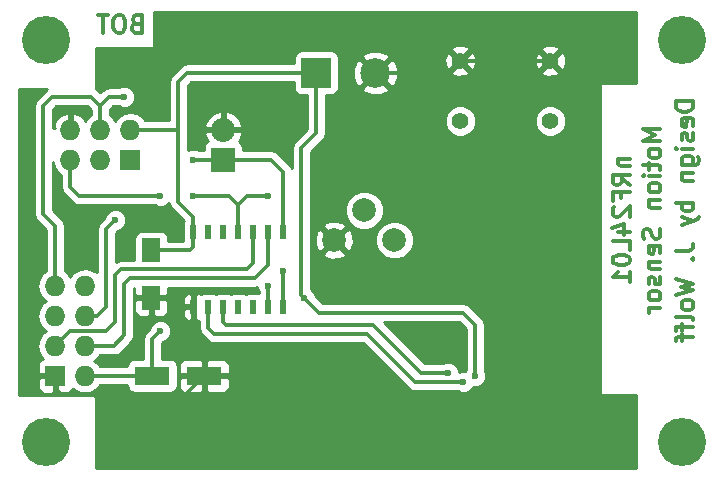
<source format=gbl>
G04 #@! TF.FileFunction,Copper,L2,Bot,Signal*
%FSLAX46Y46*%
G04 Gerber Fmt 4.6, Leading zero omitted, Abs format (unit mm)*
G04 Created by KiCad (PCBNEW 4.0.3+e1-6302~38~ubuntu16.04.1-stable) date Mon Oct 24 21:46:35 2016*
%MOMM*%
%LPD*%
G01*
G04 APERTURE LIST*
%ADD10C,0.100000*%
%ADD11C,0.300000*%
%ADD12R,0.508000X1.143000*%
%ADD13C,2.000000*%
%ADD14R,2.999740X1.600200*%
%ADD15R,1.600000X2.000000*%
%ADD16R,2.032000X2.032000*%
%ADD17O,2.032000X2.032000*%
%ADD18R,1.727200X1.727200*%
%ADD19O,1.727200X1.727200*%
%ADD20C,1.397000*%
%ADD21R,2.500000X2.500000*%
%ADD22C,2.500000*%
%ADD23C,4.064000*%
%ADD24C,0.600000*%
%ADD25C,0.350000*%
%ADD26C,0.250000*%
%ADD27C,0.254000*%
G04 APERTURE END LIST*
D10*
D11*
X137838571Y-88262286D02*
X136338571Y-88262286D01*
X136338571Y-88619429D01*
X136410000Y-88833714D01*
X136552857Y-88976572D01*
X136695714Y-89048000D01*
X136981429Y-89119429D01*
X137195714Y-89119429D01*
X137481429Y-89048000D01*
X137624286Y-88976572D01*
X137767143Y-88833714D01*
X137838571Y-88619429D01*
X137838571Y-88262286D01*
X137767143Y-90333714D02*
X137838571Y-90190857D01*
X137838571Y-89905143D01*
X137767143Y-89762286D01*
X137624286Y-89690857D01*
X137052857Y-89690857D01*
X136910000Y-89762286D01*
X136838571Y-89905143D01*
X136838571Y-90190857D01*
X136910000Y-90333714D01*
X137052857Y-90405143D01*
X137195714Y-90405143D01*
X137338571Y-89690857D01*
X137767143Y-90976571D02*
X137838571Y-91119428D01*
X137838571Y-91405143D01*
X137767143Y-91548000D01*
X137624286Y-91619428D01*
X137552857Y-91619428D01*
X137410000Y-91548000D01*
X137338571Y-91405143D01*
X137338571Y-91190857D01*
X137267143Y-91048000D01*
X137124286Y-90976571D01*
X137052857Y-90976571D01*
X136910000Y-91048000D01*
X136838571Y-91190857D01*
X136838571Y-91405143D01*
X136910000Y-91548000D01*
X137838571Y-92262286D02*
X136838571Y-92262286D01*
X136338571Y-92262286D02*
X136410000Y-92190857D01*
X136481429Y-92262286D01*
X136410000Y-92333714D01*
X136338571Y-92262286D01*
X136481429Y-92262286D01*
X136838571Y-93619429D02*
X138052857Y-93619429D01*
X138195714Y-93548000D01*
X138267143Y-93476572D01*
X138338571Y-93333715D01*
X138338571Y-93119429D01*
X138267143Y-92976572D01*
X137767143Y-93619429D02*
X137838571Y-93476572D01*
X137838571Y-93190858D01*
X137767143Y-93048000D01*
X137695714Y-92976572D01*
X137552857Y-92905143D01*
X137124286Y-92905143D01*
X136981429Y-92976572D01*
X136910000Y-93048000D01*
X136838571Y-93190858D01*
X136838571Y-93476572D01*
X136910000Y-93619429D01*
X136838571Y-94333715D02*
X137838571Y-94333715D01*
X136981429Y-94333715D02*
X136910000Y-94405143D01*
X136838571Y-94548001D01*
X136838571Y-94762286D01*
X136910000Y-94905143D01*
X137052857Y-94976572D01*
X137838571Y-94976572D01*
X137838571Y-96833715D02*
X136338571Y-96833715D01*
X136910000Y-96833715D02*
X136838571Y-96976572D01*
X136838571Y-97262286D01*
X136910000Y-97405143D01*
X136981429Y-97476572D01*
X137124286Y-97548001D01*
X137552857Y-97548001D01*
X137695714Y-97476572D01*
X137767143Y-97405143D01*
X137838571Y-97262286D01*
X137838571Y-96976572D01*
X137767143Y-96833715D01*
X136838571Y-98048001D02*
X137838571Y-98405144D01*
X136838571Y-98762286D02*
X137838571Y-98405144D01*
X138195714Y-98262286D01*
X138267143Y-98190858D01*
X138338571Y-98048001D01*
X136338571Y-100905143D02*
X137410000Y-100905143D01*
X137624286Y-100833715D01*
X137767143Y-100690858D01*
X137838571Y-100476572D01*
X137838571Y-100333715D01*
X137695714Y-101619429D02*
X137767143Y-101690857D01*
X137838571Y-101619429D01*
X137767143Y-101548000D01*
X137695714Y-101619429D01*
X137838571Y-101619429D01*
X136338571Y-103333715D02*
X137838571Y-103690858D01*
X136767143Y-103976572D01*
X137838571Y-104262286D01*
X136338571Y-104619429D01*
X137838571Y-105405144D02*
X137767143Y-105262286D01*
X137695714Y-105190858D01*
X137552857Y-105119429D01*
X137124286Y-105119429D01*
X136981429Y-105190858D01*
X136910000Y-105262286D01*
X136838571Y-105405144D01*
X136838571Y-105619429D01*
X136910000Y-105762286D01*
X136981429Y-105833715D01*
X137124286Y-105905144D01*
X137552857Y-105905144D01*
X137695714Y-105833715D01*
X137767143Y-105762286D01*
X137838571Y-105619429D01*
X137838571Y-105405144D01*
X137838571Y-106762287D02*
X137767143Y-106619429D01*
X137624286Y-106548001D01*
X136338571Y-106548001D01*
X136838571Y-107119429D02*
X136838571Y-107690858D01*
X137838571Y-107333715D02*
X136552857Y-107333715D01*
X136410000Y-107405143D01*
X136338571Y-107548001D01*
X136338571Y-107690858D01*
X136838571Y-107976572D02*
X136838571Y-108548001D01*
X137838571Y-108190858D02*
X136552857Y-108190858D01*
X136410000Y-108262286D01*
X136338571Y-108405144D01*
X136338571Y-108548001D01*
X131499571Y-93119430D02*
X132499571Y-93119430D01*
X131642429Y-93119430D02*
X131571000Y-93190858D01*
X131499571Y-93333716D01*
X131499571Y-93548001D01*
X131571000Y-93690858D01*
X131713857Y-93762287D01*
X132499571Y-93762287D01*
X132499571Y-95333716D02*
X131785286Y-94833716D01*
X132499571Y-94476573D02*
X130999571Y-94476573D01*
X130999571Y-95048001D01*
X131071000Y-95190859D01*
X131142429Y-95262287D01*
X131285286Y-95333716D01*
X131499571Y-95333716D01*
X131642429Y-95262287D01*
X131713857Y-95190859D01*
X131785286Y-95048001D01*
X131785286Y-94476573D01*
X131713857Y-96476573D02*
X131713857Y-95976573D01*
X132499571Y-95976573D02*
X130999571Y-95976573D01*
X130999571Y-96690859D01*
X131142429Y-97190858D02*
X131071000Y-97262287D01*
X130999571Y-97405144D01*
X130999571Y-97762287D01*
X131071000Y-97905144D01*
X131142429Y-97976573D01*
X131285286Y-98048001D01*
X131428143Y-98048001D01*
X131642429Y-97976573D01*
X132499571Y-97119430D01*
X132499571Y-98048001D01*
X131499571Y-99333715D02*
X132499571Y-99333715D01*
X130928143Y-98976572D02*
X131999571Y-98619429D01*
X131999571Y-99548001D01*
X132499571Y-100833715D02*
X132499571Y-100119429D01*
X130999571Y-100119429D01*
X130999571Y-101619429D02*
X130999571Y-101762286D01*
X131071000Y-101905143D01*
X131142429Y-101976572D01*
X131285286Y-102048001D01*
X131571000Y-102119429D01*
X131928143Y-102119429D01*
X132213857Y-102048001D01*
X132356714Y-101976572D01*
X132428143Y-101905143D01*
X132499571Y-101762286D01*
X132499571Y-101619429D01*
X132428143Y-101476572D01*
X132356714Y-101405143D01*
X132213857Y-101333715D01*
X131928143Y-101262286D01*
X131571000Y-101262286D01*
X131285286Y-101333715D01*
X131142429Y-101405143D01*
X131071000Y-101476572D01*
X130999571Y-101619429D01*
X132499571Y-103548000D02*
X132499571Y-102690857D01*
X132499571Y-103119429D02*
X130999571Y-103119429D01*
X131213857Y-102976572D01*
X131356714Y-102833714D01*
X131428143Y-102690857D01*
X135049571Y-90619429D02*
X133549571Y-90619429D01*
X134621000Y-91119429D01*
X133549571Y-91619429D01*
X135049571Y-91619429D01*
X135049571Y-92548001D02*
X134978143Y-92405143D01*
X134906714Y-92333715D01*
X134763857Y-92262286D01*
X134335286Y-92262286D01*
X134192429Y-92333715D01*
X134121000Y-92405143D01*
X134049571Y-92548001D01*
X134049571Y-92762286D01*
X134121000Y-92905143D01*
X134192429Y-92976572D01*
X134335286Y-93048001D01*
X134763857Y-93048001D01*
X134906714Y-92976572D01*
X134978143Y-92905143D01*
X135049571Y-92762286D01*
X135049571Y-92548001D01*
X134049571Y-93476572D02*
X134049571Y-94048001D01*
X133549571Y-93690858D02*
X134835286Y-93690858D01*
X134978143Y-93762286D01*
X135049571Y-93905144D01*
X135049571Y-94048001D01*
X135049571Y-94548001D02*
X134049571Y-94548001D01*
X133549571Y-94548001D02*
X133621000Y-94476572D01*
X133692429Y-94548001D01*
X133621000Y-94619429D01*
X133549571Y-94548001D01*
X133692429Y-94548001D01*
X135049571Y-95476573D02*
X134978143Y-95333715D01*
X134906714Y-95262287D01*
X134763857Y-95190858D01*
X134335286Y-95190858D01*
X134192429Y-95262287D01*
X134121000Y-95333715D01*
X134049571Y-95476573D01*
X134049571Y-95690858D01*
X134121000Y-95833715D01*
X134192429Y-95905144D01*
X134335286Y-95976573D01*
X134763857Y-95976573D01*
X134906714Y-95905144D01*
X134978143Y-95833715D01*
X135049571Y-95690858D01*
X135049571Y-95476573D01*
X134049571Y-96619430D02*
X135049571Y-96619430D01*
X134192429Y-96619430D02*
X134121000Y-96690858D01*
X134049571Y-96833716D01*
X134049571Y-97048001D01*
X134121000Y-97190858D01*
X134263857Y-97262287D01*
X135049571Y-97262287D01*
X134978143Y-99048001D02*
X135049571Y-99262287D01*
X135049571Y-99619430D01*
X134978143Y-99762287D01*
X134906714Y-99833716D01*
X134763857Y-99905144D01*
X134621000Y-99905144D01*
X134478143Y-99833716D01*
X134406714Y-99762287D01*
X134335286Y-99619430D01*
X134263857Y-99333716D01*
X134192429Y-99190858D01*
X134121000Y-99119430D01*
X133978143Y-99048001D01*
X133835286Y-99048001D01*
X133692429Y-99119430D01*
X133621000Y-99190858D01*
X133549571Y-99333716D01*
X133549571Y-99690858D01*
X133621000Y-99905144D01*
X134978143Y-101119429D02*
X135049571Y-100976572D01*
X135049571Y-100690858D01*
X134978143Y-100548001D01*
X134835286Y-100476572D01*
X134263857Y-100476572D01*
X134121000Y-100548001D01*
X134049571Y-100690858D01*
X134049571Y-100976572D01*
X134121000Y-101119429D01*
X134263857Y-101190858D01*
X134406714Y-101190858D01*
X134549571Y-100476572D01*
X134049571Y-101833715D02*
X135049571Y-101833715D01*
X134192429Y-101833715D02*
X134121000Y-101905143D01*
X134049571Y-102048001D01*
X134049571Y-102262286D01*
X134121000Y-102405143D01*
X134263857Y-102476572D01*
X135049571Y-102476572D01*
X134978143Y-103119429D02*
X135049571Y-103262286D01*
X135049571Y-103548001D01*
X134978143Y-103690858D01*
X134835286Y-103762286D01*
X134763857Y-103762286D01*
X134621000Y-103690858D01*
X134549571Y-103548001D01*
X134549571Y-103333715D01*
X134478143Y-103190858D01*
X134335286Y-103119429D01*
X134263857Y-103119429D01*
X134121000Y-103190858D01*
X134049571Y-103333715D01*
X134049571Y-103548001D01*
X134121000Y-103690858D01*
X135049571Y-104619430D02*
X134978143Y-104476572D01*
X134906714Y-104405144D01*
X134763857Y-104333715D01*
X134335286Y-104333715D01*
X134192429Y-104405144D01*
X134121000Y-104476572D01*
X134049571Y-104619430D01*
X134049571Y-104833715D01*
X134121000Y-104976572D01*
X134192429Y-105048001D01*
X134335286Y-105119430D01*
X134763857Y-105119430D01*
X134906714Y-105048001D01*
X134978143Y-104976572D01*
X135049571Y-104833715D01*
X135049571Y-104619430D01*
X135049571Y-105762287D02*
X134049571Y-105762287D01*
X134335286Y-105762287D02*
X134192429Y-105833715D01*
X134121000Y-105905144D01*
X134049571Y-106048001D01*
X134049571Y-106190858D01*
X90658000Y-81680857D02*
X90443714Y-81752286D01*
X90372286Y-81823714D01*
X90300857Y-81966571D01*
X90300857Y-82180857D01*
X90372286Y-82323714D01*
X90443714Y-82395143D01*
X90586572Y-82466571D01*
X91158000Y-82466571D01*
X91158000Y-80966571D01*
X90658000Y-80966571D01*
X90515143Y-81038000D01*
X90443714Y-81109429D01*
X90372286Y-81252286D01*
X90372286Y-81395143D01*
X90443714Y-81538000D01*
X90515143Y-81609429D01*
X90658000Y-81680857D01*
X91158000Y-81680857D01*
X89372286Y-80966571D02*
X89086572Y-80966571D01*
X88943714Y-81038000D01*
X88800857Y-81180857D01*
X88729429Y-81466571D01*
X88729429Y-81966571D01*
X88800857Y-82252286D01*
X88943714Y-82395143D01*
X89086572Y-82466571D01*
X89372286Y-82466571D01*
X89515143Y-82395143D01*
X89658000Y-82252286D01*
X89729429Y-81966571D01*
X89729429Y-81466571D01*
X89658000Y-81180857D01*
X89515143Y-81038000D01*
X89372286Y-80966571D01*
X88300857Y-80966571D02*
X87443714Y-80966571D01*
X87872285Y-82466571D02*
X87872285Y-80966571D01*
D12*
X95504000Y-99314000D03*
X96774000Y-99314000D03*
X98044000Y-99314000D03*
X99314000Y-99314000D03*
X100584000Y-99314000D03*
X101854000Y-99314000D03*
X103124000Y-99314000D03*
X103124000Y-105664000D03*
X101854000Y-105664000D03*
X99314000Y-105664000D03*
X98044000Y-105664000D03*
X96774000Y-105664000D03*
X95504000Y-105664000D03*
X100584000Y-105664000D03*
D13*
X107432000Y-100012500D03*
X109982000Y-97487500D03*
X112532000Y-100012500D03*
D14*
X92034360Y-111506000D03*
X96433640Y-111506000D03*
D15*
X91948000Y-100870000D03*
X91948000Y-104870000D03*
D16*
X98044000Y-93218000D03*
D17*
X98044000Y-90678000D03*
D18*
X83820000Y-111506000D03*
D19*
X86360000Y-111506000D03*
X83820000Y-108966000D03*
X86360000Y-108966000D03*
X83820000Y-106426000D03*
X86360000Y-106426000D03*
X83820000Y-103886000D03*
X86360000Y-103886000D03*
D18*
X90170000Y-93218000D03*
D19*
X90170000Y-90678000D03*
X87630000Y-93218000D03*
X87630000Y-90678000D03*
X85090000Y-93218000D03*
X85090000Y-90678000D03*
D20*
X125730000Y-89916000D03*
X125730000Y-84836000D03*
X118110000Y-89916000D03*
X118110000Y-84836000D03*
D21*
X105918000Y-85852000D03*
D22*
X110918000Y-85852000D03*
D23*
X83058000Y-83058000D03*
X83058000Y-117094000D03*
X136906000Y-83058000D03*
X136906000Y-117094000D03*
D24*
X92710000Y-107696000D03*
X104902000Y-104902000D03*
X119380000Y-111506000D03*
X93726000Y-97790000D03*
X113030000Y-107950000D03*
X99314000Y-111506000D03*
X95504000Y-96266000D03*
X92710000Y-96266000D03*
X101854000Y-96266000D03*
X95504000Y-93218000D03*
X89662000Y-87884000D03*
X103124000Y-102616000D03*
X88900000Y-98298000D03*
X101854000Y-103886000D03*
X117094000Y-111252000D03*
X118364000Y-112014000D03*
D25*
X95504000Y-99314000D02*
X95504000Y-98044000D01*
X95504000Y-98044000D02*
X94234000Y-96774000D01*
X94234000Y-96774000D02*
X94234000Y-90678000D01*
X92034360Y-111506000D02*
X92034360Y-108371640D01*
X92034360Y-108371640D02*
X92710000Y-107696000D01*
X91948000Y-100870000D02*
X95218000Y-100870000D01*
X95218000Y-100870000D02*
X95504000Y-100584000D01*
X95504000Y-100584000D02*
X95504000Y-99314000D01*
X90170000Y-90678000D02*
X91694000Y-90678000D01*
X91694000Y-90678000D02*
X94234000Y-90678000D01*
X119380000Y-111506000D02*
X119380000Y-107188000D01*
X119380000Y-107188000D02*
X118364000Y-106172000D01*
X118364000Y-106172000D02*
X107442000Y-106172000D01*
X107442000Y-106172000D02*
X106172000Y-106172000D01*
X106172000Y-106172000D02*
X104902000Y-104902000D01*
X104902000Y-104902000D02*
X104648000Y-104648000D01*
X105918000Y-90932000D02*
X105918000Y-85852000D01*
X104648000Y-104648000D02*
X104648000Y-92202000D01*
X104648000Y-92202000D02*
X105918000Y-90932000D01*
X94234000Y-90678000D02*
X94234000Y-86614000D01*
X94234000Y-86614000D02*
X94996000Y-85852000D01*
X94996000Y-85852000D02*
X105918000Y-85852000D01*
X92034360Y-111506000D02*
X88900000Y-111506000D01*
X88900000Y-111506000D02*
X86360000Y-111506000D01*
D26*
X91980000Y-100838000D02*
X91948000Y-100870000D01*
D25*
X83820000Y-111506000D02*
X83820000Y-112522000D01*
X94909640Y-113030000D02*
X96433640Y-111506000D01*
X84328000Y-113030000D02*
X94909640Y-113030000D01*
X83820000Y-112522000D02*
X84328000Y-113030000D01*
X95504000Y-105664000D02*
X95504000Y-107950000D01*
X95504000Y-107950000D02*
X96433640Y-108879640D01*
X96433640Y-108879640D02*
X96433640Y-111506000D01*
D26*
X95504000Y-105664000D02*
X94742000Y-105664000D01*
X93948000Y-104870000D02*
X91948000Y-104870000D01*
X94742000Y-105664000D02*
X93948000Y-104870000D01*
D25*
X99314000Y-111506000D02*
X96433640Y-111506000D01*
X118110000Y-84836000D02*
X125730000Y-84836000D01*
X110918000Y-85852000D02*
X117094000Y-85852000D01*
X117094000Y-85852000D02*
X118110000Y-84836000D01*
X99314000Y-99314000D02*
X99314000Y-97028000D01*
X99314000Y-97028000D02*
X98552000Y-96266000D01*
X98552000Y-96266000D02*
X95504000Y-96266000D01*
X92710000Y-96266000D02*
X86106000Y-96266000D01*
X86106000Y-96266000D02*
X85852000Y-96266000D01*
X85852000Y-96266000D02*
X85090000Y-95504000D01*
X85090000Y-95504000D02*
X85090000Y-93218000D01*
X99314000Y-97028000D02*
X100076000Y-96266000D01*
X100076000Y-96266000D02*
X101854000Y-96266000D01*
X100584000Y-99314000D02*
X100584000Y-101981000D01*
X85090000Y-107696000D02*
X83820000Y-108966000D01*
X88138000Y-107696000D02*
X85090000Y-107696000D01*
X88900000Y-106934000D02*
X88138000Y-107696000D01*
X88900000Y-102997000D02*
X88900000Y-106934000D01*
X89408000Y-102489000D02*
X88900000Y-102997000D01*
X100076000Y-102489000D02*
X89408000Y-102489000D01*
X100584000Y-101981000D02*
X100076000Y-102489000D01*
X86360000Y-108966000D02*
X88773000Y-108966000D01*
X101854000Y-102108000D02*
X101854000Y-99314000D01*
X100711000Y-103251000D02*
X101854000Y-102108000D01*
X90170000Y-103251000D02*
X100711000Y-103251000D01*
X89662000Y-103759000D02*
X90170000Y-103251000D01*
X89662000Y-108077000D02*
X89662000Y-103759000D01*
X88773000Y-108966000D02*
X89662000Y-108077000D01*
X98044000Y-93218000D02*
X102108000Y-93218000D01*
X102108000Y-93218000D02*
X103124000Y-94234000D01*
X103124000Y-94234000D02*
X103124000Y-99314000D01*
X98044000Y-93218000D02*
X95504000Y-93218000D01*
X89662000Y-87884000D02*
X88900000Y-87884000D01*
X88900000Y-87884000D02*
X88392000Y-87884000D01*
X88392000Y-87884000D02*
X87630000Y-88646000D01*
X83820000Y-103886000D02*
X83820000Y-98806000D01*
X86868000Y-87884000D02*
X87630000Y-88646000D01*
X83566000Y-87884000D02*
X86868000Y-87884000D01*
X82804000Y-88646000D02*
X83566000Y-87884000D01*
X82804000Y-97790000D02*
X82804000Y-88646000D01*
X83820000Y-98806000D02*
X82804000Y-97790000D01*
X87630000Y-88646000D02*
X87630000Y-90678000D01*
X103124000Y-105664000D02*
X103124000Y-102616000D01*
X87376000Y-106426000D02*
X86360000Y-106426000D01*
X88900000Y-98298000D02*
X88138000Y-99060000D01*
X88138000Y-99060000D02*
X88138000Y-105664000D01*
X88138000Y-105664000D02*
X87376000Y-106426000D01*
X101854000Y-105664000D02*
X101854000Y-103886000D01*
X117094000Y-111252000D02*
X114808000Y-111252000D01*
X114808000Y-111252000D02*
X110744000Y-107188000D01*
X110744000Y-107188000D02*
X98298000Y-107188000D01*
X98298000Y-107188000D02*
X98044000Y-106934000D01*
X98044000Y-106934000D02*
X98044000Y-105664000D01*
X96774000Y-105664000D02*
X96774000Y-107442000D01*
X96774000Y-107442000D02*
X97282000Y-107950000D01*
X97282000Y-107950000D02*
X110236000Y-107950000D01*
X110236000Y-107950000D02*
X114300000Y-112014000D01*
X114300000Y-112014000D02*
X118364000Y-112014000D01*
D27*
G36*
X132969000Y-86741000D02*
X130048000Y-86741000D01*
X129998590Y-86751006D01*
X129956965Y-86779447D01*
X129929685Y-86821841D01*
X129921000Y-86868000D01*
X129921000Y-113030000D01*
X129931006Y-113079410D01*
X129959447Y-113121035D01*
X130001841Y-113148315D01*
X130048000Y-113157000D01*
X132969000Y-113157000D01*
X132969000Y-119305000D01*
X87249000Y-119305000D01*
X87249000Y-113284000D01*
X87238994Y-113234590D01*
X87210553Y-113192965D01*
X87168159Y-113165685D01*
X87122000Y-113157000D01*
X80720000Y-113157000D01*
X80720000Y-111791750D01*
X82321400Y-111791750D01*
X82321400Y-112495910D01*
X82418073Y-112729299D01*
X82596702Y-112907927D01*
X82830091Y-113004600D01*
X83534250Y-113004600D01*
X83693000Y-112845850D01*
X83693000Y-111633000D01*
X82480150Y-111633000D01*
X82321400Y-111791750D01*
X80720000Y-111791750D01*
X80720000Y-87249000D01*
X83086397Y-87249000D01*
X82993244Y-87311243D01*
X82231244Y-88073244D01*
X82055658Y-88336026D01*
X81994000Y-88646000D01*
X81994000Y-97790000D01*
X82055658Y-98099974D01*
X82187975Y-98298000D01*
X82231244Y-98362756D01*
X83010000Y-99141513D01*
X83010000Y-102639889D01*
X82730971Y-102826330D01*
X82406115Y-103312511D01*
X82292041Y-103886000D01*
X82406115Y-104459489D01*
X82730971Y-104945670D01*
X83045752Y-105156000D01*
X82730971Y-105366330D01*
X82406115Y-105852511D01*
X82292041Y-106426000D01*
X82406115Y-106999489D01*
X82730971Y-107485670D01*
X83045752Y-107696000D01*
X82730971Y-107906330D01*
X82406115Y-108392511D01*
X82292041Y-108966000D01*
X82406115Y-109539489D01*
X82730971Y-110025670D01*
X82752023Y-110039737D01*
X82596702Y-110104073D01*
X82418073Y-110282701D01*
X82321400Y-110516090D01*
X82321400Y-111220250D01*
X82480150Y-111379000D01*
X83693000Y-111379000D01*
X83693000Y-111359000D01*
X83947000Y-111359000D01*
X83947000Y-111379000D01*
X83967000Y-111379000D01*
X83967000Y-111633000D01*
X83947000Y-111633000D01*
X83947000Y-112845850D01*
X84105750Y-113004600D01*
X84809909Y-113004600D01*
X85043298Y-112907927D01*
X85221927Y-112729299D01*
X85285644Y-112575474D01*
X85757152Y-112890526D01*
X86330641Y-113004600D01*
X86389359Y-113004600D01*
X86962848Y-112890526D01*
X87449029Y-112565670D01*
X87615853Y-112316000D01*
X89888913Y-112316000D01*
X89931328Y-112541417D01*
X90070400Y-112757541D01*
X90282600Y-112902531D01*
X90534490Y-112953540D01*
X93534230Y-112953540D01*
X93769547Y-112909262D01*
X93985671Y-112770190D01*
X94130661Y-112557990D01*
X94181670Y-112306100D01*
X94181670Y-111791750D01*
X94298770Y-111791750D01*
X94298770Y-112432410D01*
X94395443Y-112665799D01*
X94574072Y-112844427D01*
X94807461Y-112941100D01*
X96147890Y-112941100D01*
X96306640Y-112782350D01*
X96306640Y-111633000D01*
X96560640Y-111633000D01*
X96560640Y-112782350D01*
X96719390Y-112941100D01*
X98059819Y-112941100D01*
X98293208Y-112844427D01*
X98471837Y-112665799D01*
X98568510Y-112432410D01*
X98568510Y-111791750D01*
X98409760Y-111633000D01*
X96560640Y-111633000D01*
X96306640Y-111633000D01*
X94457520Y-111633000D01*
X94298770Y-111791750D01*
X94181670Y-111791750D01*
X94181670Y-110705900D01*
X94157904Y-110579590D01*
X94298770Y-110579590D01*
X94298770Y-111220250D01*
X94457520Y-111379000D01*
X96306640Y-111379000D01*
X96306640Y-110229650D01*
X96560640Y-110229650D01*
X96560640Y-111379000D01*
X98409760Y-111379000D01*
X98568510Y-111220250D01*
X98568510Y-110579590D01*
X98471837Y-110346201D01*
X98293208Y-110167573D01*
X98059819Y-110070900D01*
X96719390Y-110070900D01*
X96560640Y-110229650D01*
X96306640Y-110229650D01*
X96147890Y-110070900D01*
X94807461Y-110070900D01*
X94574072Y-110167573D01*
X94395443Y-110346201D01*
X94298770Y-110579590D01*
X94157904Y-110579590D01*
X94137392Y-110470583D01*
X93998320Y-110254459D01*
X93786120Y-110109469D01*
X93534230Y-110058460D01*
X92844360Y-110058460D01*
X92844360Y-108707152D01*
X92938083Y-108613430D01*
X93238943Y-108489117D01*
X93502192Y-108226327D01*
X93644838Y-107882799D01*
X93645162Y-107510833D01*
X93503117Y-107167057D01*
X93240327Y-106903808D01*
X92896799Y-106761162D01*
X92524833Y-106760838D01*
X92181057Y-106902883D01*
X91917808Y-107165673D01*
X91792116Y-107468372D01*
X91461604Y-107798884D01*
X91286018Y-108061666D01*
X91224360Y-108371640D01*
X91224360Y-110058460D01*
X90534490Y-110058460D01*
X90299173Y-110102738D01*
X90083049Y-110241810D01*
X89938059Y-110454010D01*
X89889055Y-110696000D01*
X87615853Y-110696000D01*
X87449029Y-110446330D01*
X87134248Y-110236000D01*
X87449029Y-110025670D01*
X87615853Y-109776000D01*
X88773000Y-109776000D01*
X89082974Y-109714342D01*
X89345756Y-109538756D01*
X90234757Y-108649756D01*
X90410343Y-108386973D01*
X90444021Y-108217658D01*
X90472000Y-108077000D01*
X90472000Y-105155750D01*
X90513000Y-105155750D01*
X90513000Y-105996309D01*
X90609673Y-106229698D01*
X90788301Y-106408327D01*
X91021690Y-106505000D01*
X91662250Y-106505000D01*
X91821000Y-106346250D01*
X91821000Y-104997000D01*
X92075000Y-104997000D01*
X92075000Y-106346250D01*
X92233750Y-106505000D01*
X92874310Y-106505000D01*
X93107699Y-106408327D01*
X93286327Y-106229698D01*
X93383000Y-105996309D01*
X93383000Y-105949750D01*
X94615000Y-105949750D01*
X94615000Y-106361810D01*
X94711673Y-106595199D01*
X94890302Y-106773827D01*
X95123691Y-106870500D01*
X95218250Y-106870500D01*
X95377000Y-106711750D01*
X95377000Y-105791000D01*
X94773750Y-105791000D01*
X94615000Y-105949750D01*
X93383000Y-105949750D01*
X93383000Y-105155750D01*
X93224250Y-104997000D01*
X92075000Y-104997000D01*
X91821000Y-104997000D01*
X90671750Y-104997000D01*
X90513000Y-105155750D01*
X90472000Y-105155750D01*
X90472000Y-104966190D01*
X94615000Y-104966190D01*
X94615000Y-105378250D01*
X94773750Y-105537000D01*
X95377000Y-105537000D01*
X95377000Y-104616250D01*
X95218250Y-104457500D01*
X95123691Y-104457500D01*
X94890302Y-104554173D01*
X94711673Y-104732801D01*
X94615000Y-104966190D01*
X90472000Y-104966190D01*
X90472000Y-104094512D01*
X90505513Y-104061000D01*
X90513000Y-104061000D01*
X90513000Y-104584250D01*
X90671750Y-104743000D01*
X91821000Y-104743000D01*
X91821000Y-104723000D01*
X92075000Y-104723000D01*
X92075000Y-104743000D01*
X93224250Y-104743000D01*
X93383000Y-104584250D01*
X93383000Y-104061000D01*
X100711000Y-104061000D01*
X100918883Y-104019649D01*
X100918838Y-104071167D01*
X101044000Y-104374083D01*
X101044000Y-104486776D01*
X100838000Y-104445060D01*
X100330000Y-104445060D01*
X100094683Y-104489338D01*
X99948093Y-104583666D01*
X99819890Y-104496069D01*
X99568000Y-104445060D01*
X99060000Y-104445060D01*
X98824683Y-104489338D01*
X98678093Y-104583666D01*
X98549890Y-104496069D01*
X98298000Y-104445060D01*
X97790000Y-104445060D01*
X97554683Y-104489338D01*
X97408093Y-104583666D01*
X97279890Y-104496069D01*
X97028000Y-104445060D01*
X96520000Y-104445060D01*
X96284683Y-104489338D01*
X96143629Y-104580104D01*
X96117698Y-104554173D01*
X95884309Y-104457500D01*
X95789750Y-104457500D01*
X95631000Y-104616250D01*
X95631000Y-105537000D01*
X95651000Y-105537000D01*
X95651000Y-105791000D01*
X95631000Y-105791000D01*
X95631000Y-106711750D01*
X95789750Y-106870500D01*
X95884309Y-106870500D01*
X95964000Y-106837491D01*
X95964000Y-107442000D01*
X96025658Y-107751974D01*
X96148849Y-107936342D01*
X96201244Y-108014756D01*
X96709243Y-108522756D01*
X96840635Y-108610549D01*
X96972026Y-108698342D01*
X97282000Y-108760000D01*
X109900488Y-108760000D01*
X113727244Y-112586757D01*
X113884771Y-112692012D01*
X113990026Y-112762342D01*
X114300000Y-112824000D01*
X117876559Y-112824000D01*
X118177201Y-112948838D01*
X118549167Y-112949162D01*
X118892943Y-112807117D01*
X119156192Y-112544327D01*
X119199162Y-112440843D01*
X119565167Y-112441162D01*
X119908943Y-112299117D01*
X120172192Y-112036327D01*
X120314838Y-111692799D01*
X120315162Y-111320833D01*
X120190000Y-111017917D01*
X120190000Y-107188000D01*
X120128342Y-106878026D01*
X120050039Y-106760838D01*
X119952757Y-106615244D01*
X118936756Y-105599244D01*
X118936755Y-105599243D01*
X118673974Y-105423658D01*
X118364000Y-105362000D01*
X106507513Y-105362000D01*
X105819430Y-104673917D01*
X105695117Y-104373057D01*
X105458000Y-104135526D01*
X105458000Y-101165032D01*
X106459073Y-101165032D01*
X106557736Y-101431887D01*
X107167461Y-101658408D01*
X107817460Y-101634356D01*
X108306264Y-101431887D01*
X108404927Y-101165032D01*
X107432000Y-100192105D01*
X106459073Y-101165032D01*
X105458000Y-101165032D01*
X105458000Y-99747961D01*
X105786092Y-99747961D01*
X105810144Y-100397960D01*
X106012613Y-100886764D01*
X106279468Y-100985427D01*
X107252395Y-100012500D01*
X107611605Y-100012500D01*
X108584532Y-100985427D01*
X108851387Y-100886764D01*
X109055893Y-100336295D01*
X110896716Y-100336295D01*
X111145106Y-100937443D01*
X111604637Y-101397778D01*
X112205352Y-101647216D01*
X112855795Y-101647784D01*
X113456943Y-101399394D01*
X113917278Y-100939863D01*
X114166716Y-100339148D01*
X114167284Y-99688705D01*
X113918894Y-99087557D01*
X113459363Y-98627222D01*
X112858648Y-98377784D01*
X112208205Y-98377216D01*
X111607057Y-98625606D01*
X111146722Y-99085137D01*
X110897284Y-99685852D01*
X110896716Y-100336295D01*
X109055893Y-100336295D01*
X109077908Y-100277039D01*
X109053856Y-99627040D01*
X108851387Y-99138236D01*
X108584532Y-99039573D01*
X107611605Y-100012500D01*
X107252395Y-100012500D01*
X106279468Y-99039573D01*
X106012613Y-99138236D01*
X105786092Y-99747961D01*
X105458000Y-99747961D01*
X105458000Y-98859968D01*
X106459073Y-98859968D01*
X107432000Y-99832895D01*
X108404927Y-98859968D01*
X108306264Y-98593113D01*
X107696539Y-98366592D01*
X107046540Y-98390644D01*
X106557736Y-98593113D01*
X106459073Y-98859968D01*
X105458000Y-98859968D01*
X105458000Y-97811295D01*
X108346716Y-97811295D01*
X108595106Y-98412443D01*
X109054637Y-98872778D01*
X109655352Y-99122216D01*
X110305795Y-99122784D01*
X110906943Y-98874394D01*
X111367278Y-98414863D01*
X111616716Y-97814148D01*
X111617284Y-97163705D01*
X111368894Y-96562557D01*
X110909363Y-96102222D01*
X110308648Y-95852784D01*
X109658205Y-95852216D01*
X109057057Y-96100606D01*
X108596722Y-96560137D01*
X108347284Y-97160852D01*
X108346716Y-97811295D01*
X105458000Y-97811295D01*
X105458000Y-92537512D01*
X106490756Y-91504757D01*
X106640367Y-91280848D01*
X106666342Y-91241974D01*
X106728000Y-90932000D01*
X106728000Y-90180086D01*
X116776269Y-90180086D01*
X116978854Y-90670380D01*
X117353647Y-91045827D01*
X117843587Y-91249268D01*
X118374086Y-91249731D01*
X118864380Y-91047146D01*
X119239827Y-90672353D01*
X119443268Y-90182413D01*
X119443270Y-90180086D01*
X124396269Y-90180086D01*
X124598854Y-90670380D01*
X124973647Y-91045827D01*
X125463587Y-91249268D01*
X125994086Y-91249731D01*
X126484380Y-91047146D01*
X126859827Y-90672353D01*
X127063268Y-90182413D01*
X127063731Y-89651914D01*
X126861146Y-89161620D01*
X126486353Y-88786173D01*
X125996413Y-88582732D01*
X125465914Y-88582269D01*
X124975620Y-88784854D01*
X124600173Y-89159647D01*
X124396732Y-89649587D01*
X124396269Y-90180086D01*
X119443270Y-90180086D01*
X119443731Y-89651914D01*
X119241146Y-89161620D01*
X118866353Y-88786173D01*
X118376413Y-88582732D01*
X117845914Y-88582269D01*
X117355620Y-88784854D01*
X116980173Y-89159647D01*
X116776732Y-89649587D01*
X116776269Y-90180086D01*
X106728000Y-90180086D01*
X106728000Y-87749440D01*
X107168000Y-87749440D01*
X107403317Y-87705162D01*
X107619441Y-87566090D01*
X107764431Y-87353890D01*
X107798567Y-87185320D01*
X109764285Y-87185320D01*
X109893533Y-87478123D01*
X110593806Y-87746388D01*
X111343435Y-87726250D01*
X111942467Y-87478123D01*
X112071715Y-87185320D01*
X110918000Y-86031605D01*
X109764285Y-87185320D01*
X107798567Y-87185320D01*
X107815440Y-87102000D01*
X107815440Y-85527806D01*
X109023612Y-85527806D01*
X109043750Y-86277435D01*
X109291877Y-86876467D01*
X109584680Y-87005715D01*
X110738395Y-85852000D01*
X111097605Y-85852000D01*
X112251320Y-87005715D01*
X112544123Y-86876467D01*
X112812388Y-86176194D01*
X112801482Y-85770188D01*
X117355417Y-85770188D01*
X117417071Y-86005800D01*
X117917480Y-86181927D01*
X118447199Y-86153148D01*
X118802929Y-86005800D01*
X118864583Y-85770188D01*
X124975417Y-85770188D01*
X125037071Y-86005800D01*
X125537480Y-86181927D01*
X126067199Y-86153148D01*
X126422929Y-86005800D01*
X126484583Y-85770188D01*
X125730000Y-85015605D01*
X124975417Y-85770188D01*
X118864583Y-85770188D01*
X118110000Y-85015605D01*
X117355417Y-85770188D01*
X112801482Y-85770188D01*
X112792250Y-85426565D01*
X112544123Y-84827533D01*
X112251320Y-84698285D01*
X111097605Y-85852000D01*
X110738395Y-85852000D01*
X109584680Y-84698285D01*
X109291877Y-84827533D01*
X109023612Y-85527806D01*
X107815440Y-85527806D01*
X107815440Y-84602000D01*
X107799763Y-84518680D01*
X109764285Y-84518680D01*
X110918000Y-85672395D01*
X111946915Y-84643480D01*
X116764073Y-84643480D01*
X116792852Y-85173199D01*
X116940200Y-85528929D01*
X117175812Y-85590583D01*
X117930395Y-84836000D01*
X118289605Y-84836000D01*
X119044188Y-85590583D01*
X119279800Y-85528929D01*
X119455927Y-85028520D01*
X119435009Y-84643480D01*
X124384073Y-84643480D01*
X124412852Y-85173199D01*
X124560200Y-85528929D01*
X124795812Y-85590583D01*
X125550395Y-84836000D01*
X125909605Y-84836000D01*
X126664188Y-85590583D01*
X126899800Y-85528929D01*
X127075927Y-85028520D01*
X127047148Y-84498801D01*
X126899800Y-84143071D01*
X126664188Y-84081417D01*
X125909605Y-84836000D01*
X125550395Y-84836000D01*
X124795812Y-84081417D01*
X124560200Y-84143071D01*
X124384073Y-84643480D01*
X119435009Y-84643480D01*
X119427148Y-84498801D01*
X119279800Y-84143071D01*
X119044188Y-84081417D01*
X118289605Y-84836000D01*
X117930395Y-84836000D01*
X117175812Y-84081417D01*
X116940200Y-84143071D01*
X116764073Y-84643480D01*
X111946915Y-84643480D01*
X112071715Y-84518680D01*
X111942467Y-84225877D01*
X111242194Y-83957612D01*
X110492565Y-83977750D01*
X109893533Y-84225877D01*
X109764285Y-84518680D01*
X107799763Y-84518680D01*
X107771162Y-84366683D01*
X107632090Y-84150559D01*
X107419890Y-84005569D01*
X107168000Y-83954560D01*
X104668000Y-83954560D01*
X104432683Y-83998838D01*
X104216559Y-84137910D01*
X104071569Y-84350110D01*
X104020560Y-84602000D01*
X104020560Y-85042000D01*
X94996000Y-85042000D01*
X94823897Y-85076234D01*
X94686027Y-85103657D01*
X94423244Y-85279243D01*
X93661244Y-86041244D01*
X93485658Y-86304026D01*
X93424000Y-86614000D01*
X93424000Y-89868000D01*
X91416111Y-89868000D01*
X91229670Y-89588971D01*
X90743489Y-89264115D01*
X90170000Y-89150041D01*
X89596511Y-89264115D01*
X89110330Y-89588971D01*
X88900000Y-89903752D01*
X88689670Y-89588971D01*
X88440000Y-89422147D01*
X88440000Y-88981512D01*
X88727513Y-88694000D01*
X89174559Y-88694000D01*
X89475201Y-88818838D01*
X89847167Y-88819162D01*
X90190943Y-88677117D01*
X90454192Y-88414327D01*
X90596838Y-88070799D01*
X90597162Y-87698833D01*
X90455117Y-87355057D01*
X90192327Y-87091808D01*
X89848799Y-86949162D01*
X89476833Y-86948838D01*
X89173917Y-87074000D01*
X88392000Y-87074000D01*
X88219897Y-87108234D01*
X88082027Y-87135657D01*
X87819244Y-87311243D01*
X87630000Y-87500488D01*
X87440756Y-87311244D01*
X87254447Y-87186756D01*
X87236196Y-87174561D01*
X87240315Y-87168159D01*
X87249000Y-87122000D01*
X87249000Y-83901812D01*
X117355417Y-83901812D01*
X118110000Y-84656395D01*
X118864583Y-83901812D01*
X124975417Y-83901812D01*
X125730000Y-84656395D01*
X126484583Y-83901812D01*
X126422929Y-83666200D01*
X125922520Y-83490073D01*
X125392801Y-83518852D01*
X125037071Y-83666200D01*
X124975417Y-83901812D01*
X118864583Y-83901812D01*
X118802929Y-83666200D01*
X118302520Y-83490073D01*
X117772801Y-83518852D01*
X117417071Y-83666200D01*
X117355417Y-83901812D01*
X87249000Y-83901812D01*
X87249000Y-83773000D01*
X92150143Y-83773000D01*
X92150143Y-80720000D01*
X132969000Y-80720000D01*
X132969000Y-86741000D01*
X132969000Y-86741000D01*
G37*
X132969000Y-86741000D02*
X130048000Y-86741000D01*
X129998590Y-86751006D01*
X129956965Y-86779447D01*
X129929685Y-86821841D01*
X129921000Y-86868000D01*
X129921000Y-113030000D01*
X129931006Y-113079410D01*
X129959447Y-113121035D01*
X130001841Y-113148315D01*
X130048000Y-113157000D01*
X132969000Y-113157000D01*
X132969000Y-119305000D01*
X87249000Y-119305000D01*
X87249000Y-113284000D01*
X87238994Y-113234590D01*
X87210553Y-113192965D01*
X87168159Y-113165685D01*
X87122000Y-113157000D01*
X80720000Y-113157000D01*
X80720000Y-111791750D01*
X82321400Y-111791750D01*
X82321400Y-112495910D01*
X82418073Y-112729299D01*
X82596702Y-112907927D01*
X82830091Y-113004600D01*
X83534250Y-113004600D01*
X83693000Y-112845850D01*
X83693000Y-111633000D01*
X82480150Y-111633000D01*
X82321400Y-111791750D01*
X80720000Y-111791750D01*
X80720000Y-87249000D01*
X83086397Y-87249000D01*
X82993244Y-87311243D01*
X82231244Y-88073244D01*
X82055658Y-88336026D01*
X81994000Y-88646000D01*
X81994000Y-97790000D01*
X82055658Y-98099974D01*
X82187975Y-98298000D01*
X82231244Y-98362756D01*
X83010000Y-99141513D01*
X83010000Y-102639889D01*
X82730971Y-102826330D01*
X82406115Y-103312511D01*
X82292041Y-103886000D01*
X82406115Y-104459489D01*
X82730971Y-104945670D01*
X83045752Y-105156000D01*
X82730971Y-105366330D01*
X82406115Y-105852511D01*
X82292041Y-106426000D01*
X82406115Y-106999489D01*
X82730971Y-107485670D01*
X83045752Y-107696000D01*
X82730971Y-107906330D01*
X82406115Y-108392511D01*
X82292041Y-108966000D01*
X82406115Y-109539489D01*
X82730971Y-110025670D01*
X82752023Y-110039737D01*
X82596702Y-110104073D01*
X82418073Y-110282701D01*
X82321400Y-110516090D01*
X82321400Y-111220250D01*
X82480150Y-111379000D01*
X83693000Y-111379000D01*
X83693000Y-111359000D01*
X83947000Y-111359000D01*
X83947000Y-111379000D01*
X83967000Y-111379000D01*
X83967000Y-111633000D01*
X83947000Y-111633000D01*
X83947000Y-112845850D01*
X84105750Y-113004600D01*
X84809909Y-113004600D01*
X85043298Y-112907927D01*
X85221927Y-112729299D01*
X85285644Y-112575474D01*
X85757152Y-112890526D01*
X86330641Y-113004600D01*
X86389359Y-113004600D01*
X86962848Y-112890526D01*
X87449029Y-112565670D01*
X87615853Y-112316000D01*
X89888913Y-112316000D01*
X89931328Y-112541417D01*
X90070400Y-112757541D01*
X90282600Y-112902531D01*
X90534490Y-112953540D01*
X93534230Y-112953540D01*
X93769547Y-112909262D01*
X93985671Y-112770190D01*
X94130661Y-112557990D01*
X94181670Y-112306100D01*
X94181670Y-111791750D01*
X94298770Y-111791750D01*
X94298770Y-112432410D01*
X94395443Y-112665799D01*
X94574072Y-112844427D01*
X94807461Y-112941100D01*
X96147890Y-112941100D01*
X96306640Y-112782350D01*
X96306640Y-111633000D01*
X96560640Y-111633000D01*
X96560640Y-112782350D01*
X96719390Y-112941100D01*
X98059819Y-112941100D01*
X98293208Y-112844427D01*
X98471837Y-112665799D01*
X98568510Y-112432410D01*
X98568510Y-111791750D01*
X98409760Y-111633000D01*
X96560640Y-111633000D01*
X96306640Y-111633000D01*
X94457520Y-111633000D01*
X94298770Y-111791750D01*
X94181670Y-111791750D01*
X94181670Y-110705900D01*
X94157904Y-110579590D01*
X94298770Y-110579590D01*
X94298770Y-111220250D01*
X94457520Y-111379000D01*
X96306640Y-111379000D01*
X96306640Y-110229650D01*
X96560640Y-110229650D01*
X96560640Y-111379000D01*
X98409760Y-111379000D01*
X98568510Y-111220250D01*
X98568510Y-110579590D01*
X98471837Y-110346201D01*
X98293208Y-110167573D01*
X98059819Y-110070900D01*
X96719390Y-110070900D01*
X96560640Y-110229650D01*
X96306640Y-110229650D01*
X96147890Y-110070900D01*
X94807461Y-110070900D01*
X94574072Y-110167573D01*
X94395443Y-110346201D01*
X94298770Y-110579590D01*
X94157904Y-110579590D01*
X94137392Y-110470583D01*
X93998320Y-110254459D01*
X93786120Y-110109469D01*
X93534230Y-110058460D01*
X92844360Y-110058460D01*
X92844360Y-108707152D01*
X92938083Y-108613430D01*
X93238943Y-108489117D01*
X93502192Y-108226327D01*
X93644838Y-107882799D01*
X93645162Y-107510833D01*
X93503117Y-107167057D01*
X93240327Y-106903808D01*
X92896799Y-106761162D01*
X92524833Y-106760838D01*
X92181057Y-106902883D01*
X91917808Y-107165673D01*
X91792116Y-107468372D01*
X91461604Y-107798884D01*
X91286018Y-108061666D01*
X91224360Y-108371640D01*
X91224360Y-110058460D01*
X90534490Y-110058460D01*
X90299173Y-110102738D01*
X90083049Y-110241810D01*
X89938059Y-110454010D01*
X89889055Y-110696000D01*
X87615853Y-110696000D01*
X87449029Y-110446330D01*
X87134248Y-110236000D01*
X87449029Y-110025670D01*
X87615853Y-109776000D01*
X88773000Y-109776000D01*
X89082974Y-109714342D01*
X89345756Y-109538756D01*
X90234757Y-108649756D01*
X90410343Y-108386973D01*
X90444021Y-108217658D01*
X90472000Y-108077000D01*
X90472000Y-105155750D01*
X90513000Y-105155750D01*
X90513000Y-105996309D01*
X90609673Y-106229698D01*
X90788301Y-106408327D01*
X91021690Y-106505000D01*
X91662250Y-106505000D01*
X91821000Y-106346250D01*
X91821000Y-104997000D01*
X92075000Y-104997000D01*
X92075000Y-106346250D01*
X92233750Y-106505000D01*
X92874310Y-106505000D01*
X93107699Y-106408327D01*
X93286327Y-106229698D01*
X93383000Y-105996309D01*
X93383000Y-105949750D01*
X94615000Y-105949750D01*
X94615000Y-106361810D01*
X94711673Y-106595199D01*
X94890302Y-106773827D01*
X95123691Y-106870500D01*
X95218250Y-106870500D01*
X95377000Y-106711750D01*
X95377000Y-105791000D01*
X94773750Y-105791000D01*
X94615000Y-105949750D01*
X93383000Y-105949750D01*
X93383000Y-105155750D01*
X93224250Y-104997000D01*
X92075000Y-104997000D01*
X91821000Y-104997000D01*
X90671750Y-104997000D01*
X90513000Y-105155750D01*
X90472000Y-105155750D01*
X90472000Y-104966190D01*
X94615000Y-104966190D01*
X94615000Y-105378250D01*
X94773750Y-105537000D01*
X95377000Y-105537000D01*
X95377000Y-104616250D01*
X95218250Y-104457500D01*
X95123691Y-104457500D01*
X94890302Y-104554173D01*
X94711673Y-104732801D01*
X94615000Y-104966190D01*
X90472000Y-104966190D01*
X90472000Y-104094512D01*
X90505513Y-104061000D01*
X90513000Y-104061000D01*
X90513000Y-104584250D01*
X90671750Y-104743000D01*
X91821000Y-104743000D01*
X91821000Y-104723000D01*
X92075000Y-104723000D01*
X92075000Y-104743000D01*
X93224250Y-104743000D01*
X93383000Y-104584250D01*
X93383000Y-104061000D01*
X100711000Y-104061000D01*
X100918883Y-104019649D01*
X100918838Y-104071167D01*
X101044000Y-104374083D01*
X101044000Y-104486776D01*
X100838000Y-104445060D01*
X100330000Y-104445060D01*
X100094683Y-104489338D01*
X99948093Y-104583666D01*
X99819890Y-104496069D01*
X99568000Y-104445060D01*
X99060000Y-104445060D01*
X98824683Y-104489338D01*
X98678093Y-104583666D01*
X98549890Y-104496069D01*
X98298000Y-104445060D01*
X97790000Y-104445060D01*
X97554683Y-104489338D01*
X97408093Y-104583666D01*
X97279890Y-104496069D01*
X97028000Y-104445060D01*
X96520000Y-104445060D01*
X96284683Y-104489338D01*
X96143629Y-104580104D01*
X96117698Y-104554173D01*
X95884309Y-104457500D01*
X95789750Y-104457500D01*
X95631000Y-104616250D01*
X95631000Y-105537000D01*
X95651000Y-105537000D01*
X95651000Y-105791000D01*
X95631000Y-105791000D01*
X95631000Y-106711750D01*
X95789750Y-106870500D01*
X95884309Y-106870500D01*
X95964000Y-106837491D01*
X95964000Y-107442000D01*
X96025658Y-107751974D01*
X96148849Y-107936342D01*
X96201244Y-108014756D01*
X96709243Y-108522756D01*
X96840635Y-108610549D01*
X96972026Y-108698342D01*
X97282000Y-108760000D01*
X109900488Y-108760000D01*
X113727244Y-112586757D01*
X113884771Y-112692012D01*
X113990026Y-112762342D01*
X114300000Y-112824000D01*
X117876559Y-112824000D01*
X118177201Y-112948838D01*
X118549167Y-112949162D01*
X118892943Y-112807117D01*
X119156192Y-112544327D01*
X119199162Y-112440843D01*
X119565167Y-112441162D01*
X119908943Y-112299117D01*
X120172192Y-112036327D01*
X120314838Y-111692799D01*
X120315162Y-111320833D01*
X120190000Y-111017917D01*
X120190000Y-107188000D01*
X120128342Y-106878026D01*
X120050039Y-106760838D01*
X119952757Y-106615244D01*
X118936756Y-105599244D01*
X118936755Y-105599243D01*
X118673974Y-105423658D01*
X118364000Y-105362000D01*
X106507513Y-105362000D01*
X105819430Y-104673917D01*
X105695117Y-104373057D01*
X105458000Y-104135526D01*
X105458000Y-101165032D01*
X106459073Y-101165032D01*
X106557736Y-101431887D01*
X107167461Y-101658408D01*
X107817460Y-101634356D01*
X108306264Y-101431887D01*
X108404927Y-101165032D01*
X107432000Y-100192105D01*
X106459073Y-101165032D01*
X105458000Y-101165032D01*
X105458000Y-99747961D01*
X105786092Y-99747961D01*
X105810144Y-100397960D01*
X106012613Y-100886764D01*
X106279468Y-100985427D01*
X107252395Y-100012500D01*
X107611605Y-100012500D01*
X108584532Y-100985427D01*
X108851387Y-100886764D01*
X109055893Y-100336295D01*
X110896716Y-100336295D01*
X111145106Y-100937443D01*
X111604637Y-101397778D01*
X112205352Y-101647216D01*
X112855795Y-101647784D01*
X113456943Y-101399394D01*
X113917278Y-100939863D01*
X114166716Y-100339148D01*
X114167284Y-99688705D01*
X113918894Y-99087557D01*
X113459363Y-98627222D01*
X112858648Y-98377784D01*
X112208205Y-98377216D01*
X111607057Y-98625606D01*
X111146722Y-99085137D01*
X110897284Y-99685852D01*
X110896716Y-100336295D01*
X109055893Y-100336295D01*
X109077908Y-100277039D01*
X109053856Y-99627040D01*
X108851387Y-99138236D01*
X108584532Y-99039573D01*
X107611605Y-100012500D01*
X107252395Y-100012500D01*
X106279468Y-99039573D01*
X106012613Y-99138236D01*
X105786092Y-99747961D01*
X105458000Y-99747961D01*
X105458000Y-98859968D01*
X106459073Y-98859968D01*
X107432000Y-99832895D01*
X108404927Y-98859968D01*
X108306264Y-98593113D01*
X107696539Y-98366592D01*
X107046540Y-98390644D01*
X106557736Y-98593113D01*
X106459073Y-98859968D01*
X105458000Y-98859968D01*
X105458000Y-97811295D01*
X108346716Y-97811295D01*
X108595106Y-98412443D01*
X109054637Y-98872778D01*
X109655352Y-99122216D01*
X110305795Y-99122784D01*
X110906943Y-98874394D01*
X111367278Y-98414863D01*
X111616716Y-97814148D01*
X111617284Y-97163705D01*
X111368894Y-96562557D01*
X110909363Y-96102222D01*
X110308648Y-95852784D01*
X109658205Y-95852216D01*
X109057057Y-96100606D01*
X108596722Y-96560137D01*
X108347284Y-97160852D01*
X108346716Y-97811295D01*
X105458000Y-97811295D01*
X105458000Y-92537512D01*
X106490756Y-91504757D01*
X106640367Y-91280848D01*
X106666342Y-91241974D01*
X106728000Y-90932000D01*
X106728000Y-90180086D01*
X116776269Y-90180086D01*
X116978854Y-90670380D01*
X117353647Y-91045827D01*
X117843587Y-91249268D01*
X118374086Y-91249731D01*
X118864380Y-91047146D01*
X119239827Y-90672353D01*
X119443268Y-90182413D01*
X119443270Y-90180086D01*
X124396269Y-90180086D01*
X124598854Y-90670380D01*
X124973647Y-91045827D01*
X125463587Y-91249268D01*
X125994086Y-91249731D01*
X126484380Y-91047146D01*
X126859827Y-90672353D01*
X127063268Y-90182413D01*
X127063731Y-89651914D01*
X126861146Y-89161620D01*
X126486353Y-88786173D01*
X125996413Y-88582732D01*
X125465914Y-88582269D01*
X124975620Y-88784854D01*
X124600173Y-89159647D01*
X124396732Y-89649587D01*
X124396269Y-90180086D01*
X119443270Y-90180086D01*
X119443731Y-89651914D01*
X119241146Y-89161620D01*
X118866353Y-88786173D01*
X118376413Y-88582732D01*
X117845914Y-88582269D01*
X117355620Y-88784854D01*
X116980173Y-89159647D01*
X116776732Y-89649587D01*
X116776269Y-90180086D01*
X106728000Y-90180086D01*
X106728000Y-87749440D01*
X107168000Y-87749440D01*
X107403317Y-87705162D01*
X107619441Y-87566090D01*
X107764431Y-87353890D01*
X107798567Y-87185320D01*
X109764285Y-87185320D01*
X109893533Y-87478123D01*
X110593806Y-87746388D01*
X111343435Y-87726250D01*
X111942467Y-87478123D01*
X112071715Y-87185320D01*
X110918000Y-86031605D01*
X109764285Y-87185320D01*
X107798567Y-87185320D01*
X107815440Y-87102000D01*
X107815440Y-85527806D01*
X109023612Y-85527806D01*
X109043750Y-86277435D01*
X109291877Y-86876467D01*
X109584680Y-87005715D01*
X110738395Y-85852000D01*
X111097605Y-85852000D01*
X112251320Y-87005715D01*
X112544123Y-86876467D01*
X112812388Y-86176194D01*
X112801482Y-85770188D01*
X117355417Y-85770188D01*
X117417071Y-86005800D01*
X117917480Y-86181927D01*
X118447199Y-86153148D01*
X118802929Y-86005800D01*
X118864583Y-85770188D01*
X124975417Y-85770188D01*
X125037071Y-86005800D01*
X125537480Y-86181927D01*
X126067199Y-86153148D01*
X126422929Y-86005800D01*
X126484583Y-85770188D01*
X125730000Y-85015605D01*
X124975417Y-85770188D01*
X118864583Y-85770188D01*
X118110000Y-85015605D01*
X117355417Y-85770188D01*
X112801482Y-85770188D01*
X112792250Y-85426565D01*
X112544123Y-84827533D01*
X112251320Y-84698285D01*
X111097605Y-85852000D01*
X110738395Y-85852000D01*
X109584680Y-84698285D01*
X109291877Y-84827533D01*
X109023612Y-85527806D01*
X107815440Y-85527806D01*
X107815440Y-84602000D01*
X107799763Y-84518680D01*
X109764285Y-84518680D01*
X110918000Y-85672395D01*
X111946915Y-84643480D01*
X116764073Y-84643480D01*
X116792852Y-85173199D01*
X116940200Y-85528929D01*
X117175812Y-85590583D01*
X117930395Y-84836000D01*
X118289605Y-84836000D01*
X119044188Y-85590583D01*
X119279800Y-85528929D01*
X119455927Y-85028520D01*
X119435009Y-84643480D01*
X124384073Y-84643480D01*
X124412852Y-85173199D01*
X124560200Y-85528929D01*
X124795812Y-85590583D01*
X125550395Y-84836000D01*
X125909605Y-84836000D01*
X126664188Y-85590583D01*
X126899800Y-85528929D01*
X127075927Y-85028520D01*
X127047148Y-84498801D01*
X126899800Y-84143071D01*
X126664188Y-84081417D01*
X125909605Y-84836000D01*
X125550395Y-84836000D01*
X124795812Y-84081417D01*
X124560200Y-84143071D01*
X124384073Y-84643480D01*
X119435009Y-84643480D01*
X119427148Y-84498801D01*
X119279800Y-84143071D01*
X119044188Y-84081417D01*
X118289605Y-84836000D01*
X117930395Y-84836000D01*
X117175812Y-84081417D01*
X116940200Y-84143071D01*
X116764073Y-84643480D01*
X111946915Y-84643480D01*
X112071715Y-84518680D01*
X111942467Y-84225877D01*
X111242194Y-83957612D01*
X110492565Y-83977750D01*
X109893533Y-84225877D01*
X109764285Y-84518680D01*
X107799763Y-84518680D01*
X107771162Y-84366683D01*
X107632090Y-84150559D01*
X107419890Y-84005569D01*
X107168000Y-83954560D01*
X104668000Y-83954560D01*
X104432683Y-83998838D01*
X104216559Y-84137910D01*
X104071569Y-84350110D01*
X104020560Y-84602000D01*
X104020560Y-85042000D01*
X94996000Y-85042000D01*
X94823897Y-85076234D01*
X94686027Y-85103657D01*
X94423244Y-85279243D01*
X93661244Y-86041244D01*
X93485658Y-86304026D01*
X93424000Y-86614000D01*
X93424000Y-89868000D01*
X91416111Y-89868000D01*
X91229670Y-89588971D01*
X90743489Y-89264115D01*
X90170000Y-89150041D01*
X89596511Y-89264115D01*
X89110330Y-89588971D01*
X88900000Y-89903752D01*
X88689670Y-89588971D01*
X88440000Y-89422147D01*
X88440000Y-88981512D01*
X88727513Y-88694000D01*
X89174559Y-88694000D01*
X89475201Y-88818838D01*
X89847167Y-88819162D01*
X90190943Y-88677117D01*
X90454192Y-88414327D01*
X90596838Y-88070799D01*
X90597162Y-87698833D01*
X90455117Y-87355057D01*
X90192327Y-87091808D01*
X89848799Y-86949162D01*
X89476833Y-86948838D01*
X89173917Y-87074000D01*
X88392000Y-87074000D01*
X88219897Y-87108234D01*
X88082027Y-87135657D01*
X87819244Y-87311243D01*
X87630000Y-87500488D01*
X87440756Y-87311244D01*
X87254447Y-87186756D01*
X87236196Y-87174561D01*
X87240315Y-87168159D01*
X87249000Y-87122000D01*
X87249000Y-83901812D01*
X117355417Y-83901812D01*
X118110000Y-84656395D01*
X118864583Y-83901812D01*
X124975417Y-83901812D01*
X125730000Y-84656395D01*
X126484583Y-83901812D01*
X126422929Y-83666200D01*
X125922520Y-83490073D01*
X125392801Y-83518852D01*
X125037071Y-83666200D01*
X124975417Y-83901812D01*
X118864583Y-83901812D01*
X118802929Y-83666200D01*
X118302520Y-83490073D01*
X117772801Y-83518852D01*
X117417071Y-83666200D01*
X117355417Y-83901812D01*
X87249000Y-83901812D01*
X87249000Y-83773000D01*
X92150143Y-83773000D01*
X92150143Y-80720000D01*
X132969000Y-80720000D01*
X132969000Y-86741000D01*
G36*
X118570000Y-107523513D02*
X118570000Y-111018559D01*
X118544838Y-111079157D01*
X118178833Y-111078838D01*
X118029098Y-111140707D01*
X118029162Y-111066833D01*
X117887117Y-110723057D01*
X117624327Y-110459808D01*
X117280799Y-110317162D01*
X116908833Y-110316838D01*
X116605917Y-110442000D01*
X115143513Y-110442000D01*
X111683512Y-106982000D01*
X118028488Y-106982000D01*
X118570000Y-107523513D01*
X118570000Y-107523513D01*
G37*
X118570000Y-107523513D02*
X118570000Y-111018559D01*
X118544838Y-111079157D01*
X118178833Y-111078838D01*
X118029098Y-111140707D01*
X118029162Y-111066833D01*
X117887117Y-110723057D01*
X117624327Y-110459808D01*
X117280799Y-110317162D01*
X116908833Y-110316838D01*
X116605917Y-110442000D01*
X115143513Y-110442000D01*
X111683512Y-106982000D01*
X118028488Y-106982000D01*
X118570000Y-107523513D01*
G36*
X83705474Y-93820848D02*
X84030330Y-94307029D01*
X84280000Y-94473853D01*
X84280000Y-95504000D01*
X84341658Y-95813974D01*
X84483101Y-96025658D01*
X84517244Y-96076756D01*
X85279244Y-96838757D01*
X85542027Y-97014343D01*
X85679352Y-97041658D01*
X85852000Y-97076000D01*
X92222559Y-97076000D01*
X92523201Y-97200838D01*
X92895167Y-97201162D01*
X93238943Y-97059117D01*
X93440659Y-96857752D01*
X93485658Y-97083974D01*
X93563961Y-97201162D01*
X93661244Y-97346756D01*
X94694000Y-98379513D01*
X94694000Y-98431437D01*
X94653569Y-98490610D01*
X94602560Y-98742500D01*
X94602560Y-99885500D01*
X94635394Y-100060000D01*
X93395440Y-100060000D01*
X93395440Y-99870000D01*
X93351162Y-99634683D01*
X93212090Y-99418559D01*
X92999890Y-99273569D01*
X92748000Y-99222560D01*
X91148000Y-99222560D01*
X90912683Y-99266838D01*
X90696559Y-99405910D01*
X90551569Y-99618110D01*
X90500560Y-99870000D01*
X90500560Y-101679000D01*
X89408000Y-101679000D01*
X89098026Y-101740658D01*
X89012168Y-101798027D01*
X88948000Y-101840902D01*
X88948000Y-99395512D01*
X89128083Y-99215429D01*
X89428943Y-99091117D01*
X89692192Y-98828327D01*
X89834838Y-98484799D01*
X89835162Y-98112833D01*
X89693117Y-97769057D01*
X89430327Y-97505808D01*
X89086799Y-97363162D01*
X88714833Y-97362838D01*
X88371057Y-97504883D01*
X88107808Y-97767673D01*
X87982116Y-98070371D01*
X87565244Y-98487244D01*
X87389658Y-98750026D01*
X87328000Y-99060000D01*
X87328000Y-102745461D01*
X86962848Y-102501474D01*
X86389359Y-102387400D01*
X86330641Y-102387400D01*
X85757152Y-102501474D01*
X85270971Y-102826330D01*
X85090000Y-103097172D01*
X84909029Y-102826330D01*
X84630000Y-102639889D01*
X84630000Y-98806000D01*
X84568342Y-98496026D01*
X84481857Y-98366592D01*
X84392757Y-98233244D01*
X83614000Y-97454488D01*
X83614000Y-93360977D01*
X83705474Y-93820848D01*
X83705474Y-93820848D01*
G37*
X83705474Y-93820848D02*
X84030330Y-94307029D01*
X84280000Y-94473853D01*
X84280000Y-95504000D01*
X84341658Y-95813974D01*
X84483101Y-96025658D01*
X84517244Y-96076756D01*
X85279244Y-96838757D01*
X85542027Y-97014343D01*
X85679352Y-97041658D01*
X85852000Y-97076000D01*
X92222559Y-97076000D01*
X92523201Y-97200838D01*
X92895167Y-97201162D01*
X93238943Y-97059117D01*
X93440659Y-96857752D01*
X93485658Y-97083974D01*
X93563961Y-97201162D01*
X93661244Y-97346756D01*
X94694000Y-98379513D01*
X94694000Y-98431437D01*
X94653569Y-98490610D01*
X94602560Y-98742500D01*
X94602560Y-99885500D01*
X94635394Y-100060000D01*
X93395440Y-100060000D01*
X93395440Y-99870000D01*
X93351162Y-99634683D01*
X93212090Y-99418559D01*
X92999890Y-99273569D01*
X92748000Y-99222560D01*
X91148000Y-99222560D01*
X90912683Y-99266838D01*
X90696559Y-99405910D01*
X90551569Y-99618110D01*
X90500560Y-99870000D01*
X90500560Y-101679000D01*
X89408000Y-101679000D01*
X89098026Y-101740658D01*
X89012168Y-101798027D01*
X88948000Y-101840902D01*
X88948000Y-99395512D01*
X89128083Y-99215429D01*
X89428943Y-99091117D01*
X89692192Y-98828327D01*
X89834838Y-98484799D01*
X89835162Y-98112833D01*
X89693117Y-97769057D01*
X89430327Y-97505808D01*
X89086799Y-97363162D01*
X88714833Y-97362838D01*
X88371057Y-97504883D01*
X88107808Y-97767673D01*
X87982116Y-98070371D01*
X87565244Y-98487244D01*
X87389658Y-98750026D01*
X87328000Y-99060000D01*
X87328000Y-102745461D01*
X86962848Y-102501474D01*
X86389359Y-102387400D01*
X86330641Y-102387400D01*
X85757152Y-102501474D01*
X85270971Y-102826330D01*
X85090000Y-103097172D01*
X84909029Y-102826330D01*
X84630000Y-102639889D01*
X84630000Y-98806000D01*
X84568342Y-98496026D01*
X84481857Y-98366592D01*
X84392757Y-98233244D01*
X83614000Y-97454488D01*
X83614000Y-93360977D01*
X83705474Y-93820848D01*
G36*
X104020560Y-87102000D02*
X104064838Y-87337317D01*
X104203910Y-87553441D01*
X104416110Y-87698431D01*
X104668000Y-87749440D01*
X105108000Y-87749440D01*
X105108000Y-90596487D01*
X104075244Y-91629244D01*
X103899658Y-91892026D01*
X103838000Y-92202000D01*
X103838000Y-93872630D01*
X103802012Y-93818771D01*
X103696757Y-93661244D01*
X102680756Y-92645244D01*
X102635720Y-92615152D01*
X102417974Y-92469658D01*
X102108000Y-92408000D01*
X99707440Y-92408000D01*
X99707440Y-92202000D01*
X99663162Y-91966683D01*
X99524090Y-91750559D01*
X99361052Y-91639160D01*
X99450385Y-91542818D01*
X99649975Y-91060944D01*
X99530836Y-90805000D01*
X98171000Y-90805000D01*
X98171000Y-90825000D01*
X97917000Y-90825000D01*
X97917000Y-90805000D01*
X96557164Y-90805000D01*
X96438025Y-91060944D01*
X96637615Y-91542818D01*
X96728097Y-91640398D01*
X96576559Y-91737910D01*
X96431569Y-91950110D01*
X96380560Y-92202000D01*
X96380560Y-92408000D01*
X95991441Y-92408000D01*
X95690799Y-92283162D01*
X95318833Y-92282838D01*
X95044000Y-92396396D01*
X95044000Y-90295056D01*
X96438025Y-90295056D01*
X96557164Y-90551000D01*
X97917000Y-90551000D01*
X97917000Y-89190633D01*
X98171000Y-89190633D01*
X98171000Y-90551000D01*
X99530836Y-90551000D01*
X99649975Y-90295056D01*
X99450385Y-89813182D01*
X99012379Y-89340812D01*
X98426946Y-89072017D01*
X98171000Y-89190633D01*
X97917000Y-89190633D01*
X97661054Y-89072017D01*
X97075621Y-89340812D01*
X96637615Y-89813182D01*
X96438025Y-90295056D01*
X95044000Y-90295056D01*
X95044000Y-86949512D01*
X95331513Y-86662000D01*
X104020560Y-86662000D01*
X104020560Y-87102000D01*
X104020560Y-87102000D01*
G37*
X104020560Y-87102000D02*
X104064838Y-87337317D01*
X104203910Y-87553441D01*
X104416110Y-87698431D01*
X104668000Y-87749440D01*
X105108000Y-87749440D01*
X105108000Y-90596487D01*
X104075244Y-91629244D01*
X103899658Y-91892026D01*
X103838000Y-92202000D01*
X103838000Y-93872630D01*
X103802012Y-93818771D01*
X103696757Y-93661244D01*
X102680756Y-92645244D01*
X102635720Y-92615152D01*
X102417974Y-92469658D01*
X102108000Y-92408000D01*
X99707440Y-92408000D01*
X99707440Y-92202000D01*
X99663162Y-91966683D01*
X99524090Y-91750559D01*
X99361052Y-91639160D01*
X99450385Y-91542818D01*
X99649975Y-91060944D01*
X99530836Y-90805000D01*
X98171000Y-90805000D01*
X98171000Y-90825000D01*
X97917000Y-90825000D01*
X97917000Y-90805000D01*
X96557164Y-90805000D01*
X96438025Y-91060944D01*
X96637615Y-91542818D01*
X96728097Y-91640398D01*
X96576559Y-91737910D01*
X96431569Y-91950110D01*
X96380560Y-92202000D01*
X96380560Y-92408000D01*
X95991441Y-92408000D01*
X95690799Y-92283162D01*
X95318833Y-92282838D01*
X95044000Y-92396396D01*
X95044000Y-90295056D01*
X96438025Y-90295056D01*
X96557164Y-90551000D01*
X97917000Y-90551000D01*
X97917000Y-89190633D01*
X98171000Y-89190633D01*
X98171000Y-90551000D01*
X99530836Y-90551000D01*
X99649975Y-90295056D01*
X99450385Y-89813182D01*
X99012379Y-89340812D01*
X98426946Y-89072017D01*
X98171000Y-89190633D01*
X97917000Y-89190633D01*
X97661054Y-89072017D01*
X97075621Y-89340812D01*
X96637615Y-89813182D01*
X96438025Y-90295056D01*
X95044000Y-90295056D01*
X95044000Y-86949512D01*
X95331513Y-86662000D01*
X104020560Y-86662000D01*
X104020560Y-87102000D01*
G36*
X86820000Y-88981513D02*
X86820000Y-89422147D01*
X86570330Y-89588971D01*
X86354336Y-89912228D01*
X86296821Y-89789510D01*
X85864947Y-89395312D01*
X85449026Y-89223042D01*
X85217000Y-89344183D01*
X85217000Y-90551000D01*
X85237000Y-90551000D01*
X85237000Y-90805000D01*
X85217000Y-90805000D01*
X85217000Y-90825000D01*
X84963000Y-90825000D01*
X84963000Y-90805000D01*
X84943000Y-90805000D01*
X84943000Y-90551000D01*
X84963000Y-90551000D01*
X84963000Y-89344183D01*
X84730974Y-89223042D01*
X84315053Y-89395312D01*
X83883179Y-89789510D01*
X83635032Y-90318973D01*
X83755530Y-90550998D01*
X83614000Y-90550998D01*
X83614000Y-88981512D01*
X83901513Y-88694000D01*
X86532488Y-88694000D01*
X86820000Y-88981513D01*
X86820000Y-88981513D01*
G37*
X86820000Y-88981513D02*
X86820000Y-89422147D01*
X86570330Y-89588971D01*
X86354336Y-89912228D01*
X86296821Y-89789510D01*
X85864947Y-89395312D01*
X85449026Y-89223042D01*
X85217000Y-89344183D01*
X85217000Y-90551000D01*
X85237000Y-90551000D01*
X85237000Y-90805000D01*
X85217000Y-90805000D01*
X85217000Y-90825000D01*
X84963000Y-90825000D01*
X84963000Y-90805000D01*
X84943000Y-90805000D01*
X84943000Y-90551000D01*
X84963000Y-90551000D01*
X84963000Y-89344183D01*
X84730974Y-89223042D01*
X84315053Y-89395312D01*
X83883179Y-89789510D01*
X83635032Y-90318973D01*
X83755530Y-90550998D01*
X83614000Y-90550998D01*
X83614000Y-88981512D01*
X83901513Y-88694000D01*
X86532488Y-88694000D01*
X86820000Y-88981513D01*
M02*

</source>
